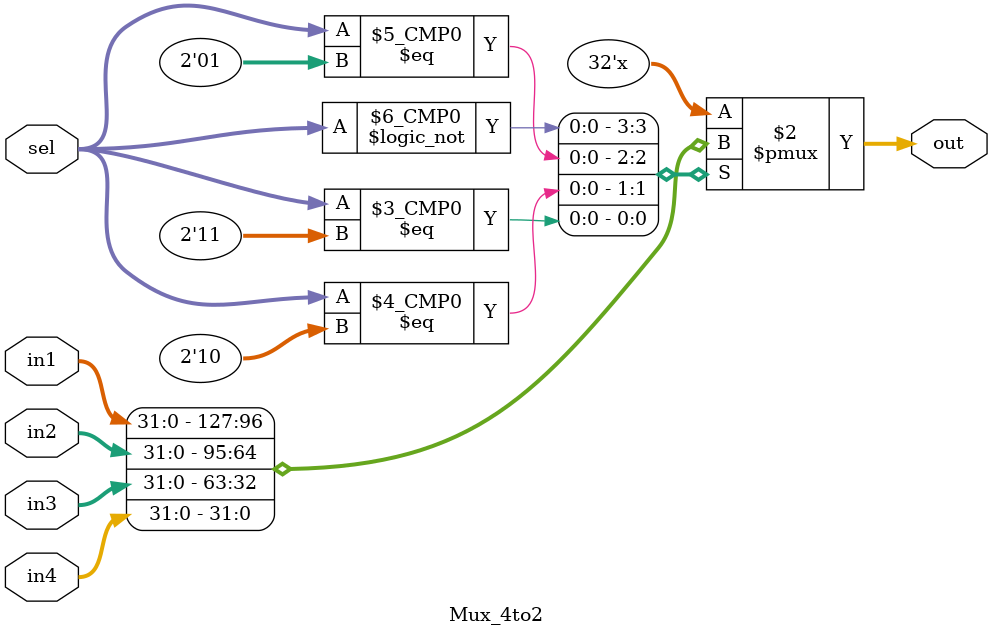
<source format=v>
module Mux_4to2(
    output reg [31:0] out, // Output of the MUX should also be reg since it's driven by always block
    input [31:0] in1,      // Input 1
    input [31:0] in2,      // Input 2
    input [31:0] in3,      // Input 3
    input [31:0] in4,      // Input 4
    input [1:0] sel        // 2-bit select input
);

    // MUX logic using a case statement inside an always block
    always @(*) begin
        case (sel)
            2'b00: out = in1; // When sel is 00
            2'b01: out = in2; // When sel is 01
            2'b10: out = in3; // When sel is 10
            2'b11: out = in4; // When sel is 11
            default: out = 32'bx; // Catch-all for undefined sel values
        endcase
    end

endmodule


</source>
